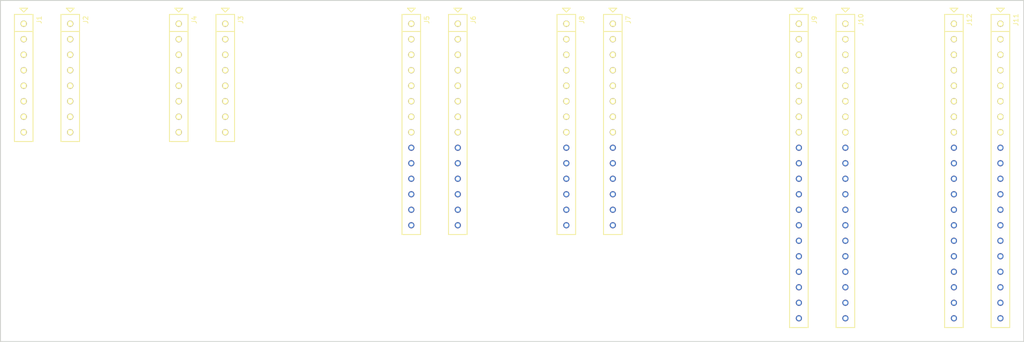
<source format=kicad_pcb>
(kicad_pcb (version 20160815) (host pcbnew 4.1.0-alpha+201609021633+7109~49~ubuntu16.04.1-product)

  (general
    (links 0)
    (no_connects 0)
    (area 46.914999 38.024999 214.705001 94.055001)
    (thickness 1.6)
    (drawings 4)
    (tracks 0)
    (zones 0)
    (modules 12)
    (nets 1)
  )

  (page A4)
  (layers
    (0 F.Cu signal)
    (31 B.Cu signal)
    (32 B.Adhes user)
    (33 F.Adhes user)
    (34 B.Paste user)
    (35 F.Paste user)
    (36 B.SilkS user)
    (37 F.SilkS user)
    (38 B.Mask user)
    (39 F.Mask user)
    (40 Dwgs.User user)
    (41 Cmts.User user)
    (42 Eco1.User user)
    (43 Eco2.User user)
    (44 Edge.Cuts user)
    (45 Margin user)
    (46 B.CrtYd user)
    (47 F.CrtYd user)
    (48 B.Fab user)
    (49 F.Fab user)
  )

  (setup
    (last_trace_width 0.25)
    (trace_clearance 0.2)
    (zone_clearance 0.508)
    (zone_45_only no)
    (trace_min 0.2)
    (segment_width 0.2)
    (edge_width 0.15)
    (via_size 0.6)
    (via_drill 0.4)
    (via_min_size 0.4)
    (via_min_drill 0.3)
    (uvia_size 0.3)
    (uvia_drill 0.1)
    (uvias_allowed no)
    (uvia_min_size 0.2)
    (uvia_min_drill 0.1)
    (pcb_text_width 0.3)
    (pcb_text_size 1.5 1.5)
    (mod_edge_width 0.15)
    (mod_text_size 1 1)
    (mod_text_width 0.15)
    (pad_size 1.524 1.524)
    (pad_drill 0.762)
    (pad_to_mask_clearance 0.2)
    (aux_axis_origin 0 0)
    (visible_elements FFFFFF7F)
    (pcbplotparams
      (layerselection 0x00030_80000001)
      (usegerberextensions false)
      (excludeedgelayer true)
      (linewidth 0.101600)
      (plotframeref false)
      (viasonmask false)
      (mode 1)
      (useauxorigin false)
      (hpglpennumber 1)
      (hpglpenspeed 20)
      (hpglpendiameter 15)
      (psnegative false)
      (psa4output false)
      (plotreference true)
      (plotvalue true)
      (plotinvisibletext false)
      (padsonsilk false)
      (subtractmaskfromsilk false)
      (outputformat 1)
      (mirror false)
      (drillshape 1)
      (scaleselection 1)
      (outputdirectory ""))
  )

  (net 0 "")

  (net_class Default "This is the default net class."
    (clearance 0.2)
    (trace_width 0.25)
    (via_dia 0.6)
    (via_drill 0.4)
    (uvia_dia 0.3)
    (uvia_drill 0.1)
    (diff_pair_gap 0.25)
    (diff_pair_width 0.2)
  )

  (module flip-pins:FLIP-PINS-FLOAT-20 (layer F.Cu) (tedit 57D692A2) (tstamp 57D69421)
    (at 203.2 66.04 270)
    (descr http://oshchip.org/docs/Flip-Pins-XX_REV_A.pdf)
    (tags "FLIP-PINS, OSHchip")
    (path /57D699E3)
    (fp_text reference J12 (at -24.765 -2.54 270) (layer F.SilkS)
      (effects (font (size 0.762 0.762) (thickness 0.127)))
    )
    (fp_text value FLIP-PINS-FLOAT-20 (at -15.24 -2.54 270) (layer F.Fab)
      (effects (font (size 0.762 0.762) (thickness 0.127)))
    )
    (fp_line (start -26.67 0.635) (end -26.035 0) (layer F.SilkS) (width 0.15))
    (fp_line (start -26.67 -0.635) (end -26.67 0.635) (layer F.SilkS) (width 0.15))
    (fp_line (start -26.035 0) (end -26.67 -0.635) (layer F.SilkS) (width 0.15))
    (fp_line (start -22.86 -1.524) (end -22.86 1.524) (layer F.SilkS) (width 0.15))
    (fp_line (start -25.654 1.524) (end -25.654 -1.524) (layer F.SilkS) (width 0.15))
    (fp_line (start 25.654 1.524) (end -25.654 1.524) (layer F.SilkS) (width 0.15))
    (fp_line (start 25.654 -1.524) (end 25.654 1.524) (layer F.SilkS) (width 0.15))
    (fp_line (start -25.654 -1.524) (end 25.654 -1.524) (layer F.SilkS) (width 0.15))
    (pad 1 thru_hole circle (at -24.13 0 270) (size 1.016 1.016) (drill 0.635) (layers *.Cu *.Mask F.SilkS))
    (pad 2 thru_hole circle (at -21.59 0 270) (size 1.016 1.016) (drill 0.635) (layers *.Cu *.Mask F.SilkS))
    (pad 3 thru_hole circle (at -19.05 0 270) (size 1.016 1.016) (drill 0.635) (layers *.Cu *.Mask F.SilkS))
    (pad 4 thru_hole circle (at -16.51 0 270) (size 1.016 1.016) (drill 0.635) (layers *.Cu *.Mask F.SilkS))
    (pad 5 thru_hole circle (at -13.97 0 270) (size 1.016 1.016) (drill 0.635) (layers *.Cu *.Mask F.SilkS))
    (pad 6 thru_hole circle (at -11.43 0 270) (size 1.016 1.016) (drill 0.635) (layers *.Cu *.Mask F.SilkS))
    (pad 7 thru_hole circle (at -8.89 0 270) (size 1.016 1.016) (drill 0.635) (layers *.Cu *.Mask F.SilkS))
    (pad 8 thru_hole circle (at -6.35 0 270) (size 1.016 1.016) (drill 0.635) (layers *.Cu *.Mask F.SilkS))
    (pad 9 thru_hole circle (at -3.81 0 270) (size 1.016 1.016) (drill 0.635) (layers *.Cu *.Mask))
    (pad 10 thru_hole circle (at -1.27 0 270) (size 1.016 1.016) (drill 0.635) (layers *.Cu *.Mask))
    (pad 11 thru_hole circle (at 1.27 0 270) (size 1.016 1.016) (drill 0.635) (layers *.Cu *.Mask))
    (pad 12 thru_hole circle (at 3.81 0 270) (size 1.016 1.016) (drill 0.635) (layers *.Cu *.Mask))
    (pad 13 thru_hole circle (at 6.35 0 270) (size 1.016 1.016) (drill 0.635) (layers *.Cu *.Mask))
    (pad 14 thru_hole circle (at 8.89 0 270) (size 1.016 1.016) (drill 0.635) (layers *.Cu *.Mask))
    (pad 15 thru_hole circle (at 11.43 0 270) (size 1.016 1.016) (drill 0.635) (layers *.Cu *.Mask))
    (pad 16 thru_hole circle (at 13.97 0 270) (size 1.016 1.016) (drill 0.635) (layers *.Cu *.Mask))
    (pad 17 thru_hole circle (at 16.51 0 270) (size 1.016 1.016) (drill 0.635) (layers *.Cu *.Mask))
    (pad 18 thru_hole circle (at 19.05 0 270) (size 1.016 1.016) (drill 0.635) (layers *.Cu *.Mask))
    (pad 19 thru_hole circle (at 21.59 0 270) (size 1.016 1.016) (drill 0.635) (layers *.Cu *.Mask))
    (pad 20 thru_hole circle (at 24.13 0 270) (size 1.016 1.016) (drill 0.635) (layers *.Cu *.Mask))
    (model ${KIPRJMOD}/flip-pins_3d/flip-pins-float-20.wrl
      (at (xyz 0 0 0))
      (scale (xyz 1 1 1))
      (rotate (xyz 0 0 0))
    )
  )

  (module flip-pins:FLIP-PINS-FLOAT-20 (layer F.Cu) (tedit 57D692A2) (tstamp 57D69409)
    (at 210.82 66.04 270)
    (descr http://oshchip.org/docs/Flip-Pins-XX_REV_A.pdf)
    (tags "FLIP-PINS, OSHchip")
    (path /57D6AD3B)
    (fp_text reference J11 (at -24.765 -2.54 270) (layer F.SilkS)
      (effects (font (size 0.762 0.762) (thickness 0.127)))
    )
    (fp_text value FLIP-PINS-FLOAT-20 (at -15.24 -2.54 270) (layer F.Fab)
      (effects (font (size 0.762 0.762) (thickness 0.127)))
    )
    (fp_line (start -26.67 0.635) (end -26.035 0) (layer F.SilkS) (width 0.15))
    (fp_line (start -26.67 -0.635) (end -26.67 0.635) (layer F.SilkS) (width 0.15))
    (fp_line (start -26.035 0) (end -26.67 -0.635) (layer F.SilkS) (width 0.15))
    (fp_line (start -22.86 -1.524) (end -22.86 1.524) (layer F.SilkS) (width 0.15))
    (fp_line (start -25.654 1.524) (end -25.654 -1.524) (layer F.SilkS) (width 0.15))
    (fp_line (start 25.654 1.524) (end -25.654 1.524) (layer F.SilkS) (width 0.15))
    (fp_line (start 25.654 -1.524) (end 25.654 1.524) (layer F.SilkS) (width 0.15))
    (fp_line (start -25.654 -1.524) (end 25.654 -1.524) (layer F.SilkS) (width 0.15))
    (pad 1 thru_hole circle (at -24.13 0 270) (size 1.016 1.016) (drill 0.635) (layers *.Cu *.Mask F.SilkS))
    (pad 2 thru_hole circle (at -21.59 0 270) (size 1.016 1.016) (drill 0.635) (layers *.Cu *.Mask F.SilkS))
    (pad 3 thru_hole circle (at -19.05 0 270) (size 1.016 1.016) (drill 0.635) (layers *.Cu *.Mask F.SilkS))
    (pad 4 thru_hole circle (at -16.51 0 270) (size 1.016 1.016) (drill 0.635) (layers *.Cu *.Mask F.SilkS))
    (pad 5 thru_hole circle (at -13.97 0 270) (size 1.016 1.016) (drill 0.635) (layers *.Cu *.Mask F.SilkS))
    (pad 6 thru_hole circle (at -11.43 0 270) (size 1.016 1.016) (drill 0.635) (layers *.Cu *.Mask F.SilkS))
    (pad 7 thru_hole circle (at -8.89 0 270) (size 1.016 1.016) (drill 0.635) (layers *.Cu *.Mask F.SilkS))
    (pad 8 thru_hole circle (at -6.35 0 270) (size 1.016 1.016) (drill 0.635) (layers *.Cu *.Mask F.SilkS))
    (pad 9 thru_hole circle (at -3.81 0 270) (size 1.016 1.016) (drill 0.635) (layers *.Cu *.Mask))
    (pad 10 thru_hole circle (at -1.27 0 270) (size 1.016 1.016) (drill 0.635) (layers *.Cu *.Mask))
    (pad 11 thru_hole circle (at 1.27 0 270) (size 1.016 1.016) (drill 0.635) (layers *.Cu *.Mask))
    (pad 12 thru_hole circle (at 3.81 0 270) (size 1.016 1.016) (drill 0.635) (layers *.Cu *.Mask))
    (pad 13 thru_hole circle (at 6.35 0 270) (size 1.016 1.016) (drill 0.635) (layers *.Cu *.Mask))
    (pad 14 thru_hole circle (at 8.89 0 270) (size 1.016 1.016) (drill 0.635) (layers *.Cu *.Mask))
    (pad 15 thru_hole circle (at 11.43 0 270) (size 1.016 1.016) (drill 0.635) (layers *.Cu *.Mask))
    (pad 16 thru_hole circle (at 13.97 0 270) (size 1.016 1.016) (drill 0.635) (layers *.Cu *.Mask))
    (pad 17 thru_hole circle (at 16.51 0 270) (size 1.016 1.016) (drill 0.635) (layers *.Cu *.Mask))
    (pad 18 thru_hole circle (at 19.05 0 270) (size 1.016 1.016) (drill 0.635) (layers *.Cu *.Mask))
    (pad 19 thru_hole circle (at 21.59 0 270) (size 1.016 1.016) (drill 0.635) (layers *.Cu *.Mask))
    (pad 20 thru_hole circle (at 24.13 0 270) (size 1.016 1.016) (drill 0.635) (layers *.Cu *.Mask))
    (model ${KIPRJMOD}/flip-pins_3d/flip-pins-float-20.wrl
      (at (xyz 0 0 0))
      (scale (xyz 1 1 1))
      (rotate (xyz 0 0 0))
    )
  )

  (module flip-pins:FLIP-PINS-FLOAT-14 (layer F.Cu) (tedit 57D69280) (tstamp 57D693D9)
    (at 139.7 58.42 270)
    (descr http://oshchip.org/docs/Flip-Pins-XX_REV_A.pdf)
    (tags "FLIP-PINS, OSHchip")
    (path /57D699AE)
    (fp_text reference J8 (at -17.145 -2.54 270) (layer F.SilkS)
      (effects (font (size 0.762 0.762) (thickness 0.127)))
    )
    (fp_text value FLIP-PINS-FLOAT-14 (at -7.62 -2.54 270) (layer F.Fab)
      (effects (font (size 0.762 0.762) (thickness 0.127)))
    )
    (fp_line (start -19.05 0.635) (end -18.415 0) (layer F.SilkS) (width 0.15))
    (fp_line (start -19.05 -0.635) (end -19.05 0.635) (layer F.SilkS) (width 0.15))
    (fp_line (start -18.415 0) (end -19.05 -0.635) (layer F.SilkS) (width 0.15))
    (fp_line (start -15.24 -1.524) (end -15.24 1.524) (layer F.SilkS) (width 0.15))
    (fp_line (start -18.034 1.524) (end -18.034 -1.524) (layer F.SilkS) (width 0.15))
    (fp_line (start 18.034 1.524) (end -18.034 1.524) (layer F.SilkS) (width 0.15))
    (fp_line (start 18.034 -1.524) (end 18.034 1.524) (layer F.SilkS) (width 0.15))
    (fp_line (start -18.034 -1.524) (end 18.034 -1.524) (layer F.SilkS) (width 0.15))
    (pad 1 thru_hole circle (at -16.51 0 270) (size 1.016 1.016) (drill 0.635) (layers *.Cu *.Mask F.SilkS))
    (pad 2 thru_hole circle (at -13.97 0 270) (size 1.016 1.016) (drill 0.635) (layers *.Cu *.Mask F.SilkS))
    (pad 3 thru_hole circle (at -11.43 0 270) (size 1.016 1.016) (drill 0.635) (layers *.Cu *.Mask F.SilkS))
    (pad 4 thru_hole circle (at -8.89 0 270) (size 1.016 1.016) (drill 0.635) (layers *.Cu *.Mask F.SilkS))
    (pad 5 thru_hole circle (at -6.35 0 270) (size 1.016 1.016) (drill 0.635) (layers *.Cu *.Mask F.SilkS))
    (pad 6 thru_hole circle (at -3.81 0 270) (size 1.016 1.016) (drill 0.635) (layers *.Cu *.Mask F.SilkS))
    (pad 7 thru_hole circle (at -1.27 0 270) (size 1.016 1.016) (drill 0.635) (layers *.Cu *.Mask F.SilkS))
    (pad 8 thru_hole circle (at 1.27 0 270) (size 1.016 1.016) (drill 0.635) (layers *.Cu *.Mask F.SilkS))
    (pad 9 thru_hole circle (at 3.81 0 270) (size 1.016 1.016) (drill 0.635) (layers *.Cu *.Mask))
    (pad 10 thru_hole circle (at 6.35 0 270) (size 1.016 1.016) (drill 0.635) (layers *.Cu *.Mask))
    (pad 11 thru_hole circle (at 8.89 0 270) (size 1.016 1.016) (drill 0.635) (layers *.Cu *.Mask))
    (pad 12 thru_hole circle (at 11.43 0 270) (size 1.016 1.016) (drill 0.635) (layers *.Cu *.Mask))
    (pad 13 thru_hole circle (at 13.97 0 270) (size 1.016 1.016) (drill 0.635) (layers *.Cu *.Mask))
    (pad 14 thru_hole circle (at 16.51 0 270) (size 1.016 1.016) (drill 0.635) (layers *.Cu *.Mask))
    (model ${KIPRJMOD}/flip-pins_3d/flip-pins-float-14.wrl
      (at (xyz 0 0 0))
      (scale (xyz 1 1 1))
      (rotate (xyz 0 0 0))
    )
  )

  (module flip-pins:FLIP-PINS-FLOAT-14 (layer F.Cu) (tedit 57D69280) (tstamp 57D693C7)
    (at 147.32 58.42 270)
    (descr http://oshchip.org/docs/Flip-Pins-XX_REV_A.pdf)
    (tags "FLIP-PINS, OSHchip")
    (path /57D6AD34)
    (fp_text reference J7 (at -17.145 -2.54 270) (layer F.SilkS)
      (effects (font (size 0.762 0.762) (thickness 0.127)))
    )
    (fp_text value FLIP-PINS-FLOAT-14 (at -7.62 -2.54 270) (layer F.Fab)
      (effects (font (size 0.762 0.762) (thickness 0.127)))
    )
    (fp_line (start -19.05 0.635) (end -18.415 0) (layer F.SilkS) (width 0.15))
    (fp_line (start -19.05 -0.635) (end -19.05 0.635) (layer F.SilkS) (width 0.15))
    (fp_line (start -18.415 0) (end -19.05 -0.635) (layer F.SilkS) (width 0.15))
    (fp_line (start -15.24 -1.524) (end -15.24 1.524) (layer F.SilkS) (width 0.15))
    (fp_line (start -18.034 1.524) (end -18.034 -1.524) (layer F.SilkS) (width 0.15))
    (fp_line (start 18.034 1.524) (end -18.034 1.524) (layer F.SilkS) (width 0.15))
    (fp_line (start 18.034 -1.524) (end 18.034 1.524) (layer F.SilkS) (width 0.15))
    (fp_line (start -18.034 -1.524) (end 18.034 -1.524) (layer F.SilkS) (width 0.15))
    (pad 1 thru_hole circle (at -16.51 0 270) (size 1.016 1.016) (drill 0.635) (layers *.Cu *.Mask F.SilkS))
    (pad 2 thru_hole circle (at -13.97 0 270) (size 1.016 1.016) (drill 0.635) (layers *.Cu *.Mask F.SilkS))
    (pad 3 thru_hole circle (at -11.43 0 270) (size 1.016 1.016) (drill 0.635) (layers *.Cu *.Mask F.SilkS))
    (pad 4 thru_hole circle (at -8.89 0 270) (size 1.016 1.016) (drill 0.635) (layers *.Cu *.Mask F.SilkS))
    (pad 5 thru_hole circle (at -6.35 0 270) (size 1.016 1.016) (drill 0.635) (layers *.Cu *.Mask F.SilkS))
    (pad 6 thru_hole circle (at -3.81 0 270) (size 1.016 1.016) (drill 0.635) (layers *.Cu *.Mask F.SilkS))
    (pad 7 thru_hole circle (at -1.27 0 270) (size 1.016 1.016) (drill 0.635) (layers *.Cu *.Mask F.SilkS))
    (pad 8 thru_hole circle (at 1.27 0 270) (size 1.016 1.016) (drill 0.635) (layers *.Cu *.Mask F.SilkS))
    (pad 9 thru_hole circle (at 3.81 0 270) (size 1.016 1.016) (drill 0.635) (layers *.Cu *.Mask))
    (pad 10 thru_hole circle (at 6.35 0 270) (size 1.016 1.016) (drill 0.635) (layers *.Cu *.Mask))
    (pad 11 thru_hole circle (at 8.89 0 270) (size 1.016 1.016) (drill 0.635) (layers *.Cu *.Mask))
    (pad 12 thru_hole circle (at 11.43 0 270) (size 1.016 1.016) (drill 0.635) (layers *.Cu *.Mask))
    (pad 13 thru_hole circle (at 13.97 0 270) (size 1.016 1.016) (drill 0.635) (layers *.Cu *.Mask))
    (pad 14 thru_hole circle (at 16.51 0 270) (size 1.016 1.016) (drill 0.635) (layers *.Cu *.Mask))
    (model ${KIPRJMOD}/flip-pins_3d/flip-pins-float-14.wrl
      (at (xyz 0 0 0))
      (scale (xyz 1 1 1))
      (rotate (xyz 0 0 0))
    )
  )

  (module flip-pins:FLIP-PINS-ALIGN-14 (layer F.Cu) (tedit 57D69273) (tstamp 57D693B5)
    (at 121.92 58.42 270)
    (descr http://oshchip.org/docs/Flip-Pins-XX_REV_A.pdf)
    (tags "FLIP-PINS, OSHchip")
    (path /57D69803)
    (fp_text reference J6 (at -17.145 -2.54 270) (layer F.SilkS)
      (effects (font (size 0.762 0.762) (thickness 0.127)))
    )
    (fp_text value FLIP-PINS-ALIGN-14 (at -7.62 -2.54 270) (layer F.Fab)
      (effects (font (size 0.762 0.762) (thickness 0.127)))
    )
    (fp_line (start -19.05 0.635) (end -18.415 0) (layer F.SilkS) (width 0.15))
    (fp_line (start -19.05 -0.635) (end -19.05 0.635) (layer F.SilkS) (width 0.15))
    (fp_line (start -18.415 0) (end -19.05 -0.635) (layer F.SilkS) (width 0.15))
    (fp_line (start -15.24 -1.524) (end -15.24 1.524) (layer F.SilkS) (width 0.15))
    (fp_line (start -18.034 1.524) (end -18.034 -1.524) (layer F.SilkS) (width 0.15))
    (fp_line (start 18.034 1.524) (end -18.034 1.524) (layer F.SilkS) (width 0.15))
    (fp_line (start 18.034 -1.524) (end 18.034 1.524) (layer F.SilkS) (width 0.15))
    (fp_line (start -18.034 -1.524) (end 18.034 -1.524) (layer F.SilkS) (width 0.15))
    (pad 1 thru_hole circle (at -16.51 0 270) (size 1.016 1.016) (drill 0.635) (layers *.Cu *.Mask F.SilkS))
    (pad 2 thru_hole circle (at -13.97 0 270) (size 1.016 1.016) (drill 0.635) (layers *.Cu *.Mask F.SilkS))
    (pad 3 thru_hole circle (at -11.43 0 270) (size 1.016 1.016) (drill 0.635) (layers *.Cu *.Mask F.SilkS))
    (pad 4 thru_hole circle (at -8.89 0 270) (size 1.016 1.016) (drill 0.635) (layers *.Cu *.Mask F.SilkS))
    (pad 5 thru_hole circle (at -6.35 0 270) (size 1.016 1.016) (drill 0.635) (layers *.Cu *.Mask F.SilkS))
    (pad 6 thru_hole circle (at -3.81 0 270) (size 1.016 1.016) (drill 0.635) (layers *.Cu *.Mask F.SilkS))
    (pad 7 thru_hole circle (at -1.27 0 270) (size 1.016 1.016) (drill 0.635) (layers *.Cu *.Mask F.SilkS))
    (pad 8 thru_hole circle (at 1.27 0 270) (size 1.016 1.016) (drill 0.635) (layers *.Cu *.Mask F.SilkS))
    (pad 9 thru_hole circle (at 3.81 0 270) (size 1.016 1.016) (drill 0.635) (layers *.Cu *.Mask))
    (pad 10 thru_hole circle (at 6.35 0 270) (size 1.016 1.016) (drill 0.635) (layers *.Cu *.Mask))
    (pad 11 thru_hole circle (at 8.89 0 270) (size 1.016 1.016) (drill 0.635) (layers *.Cu *.Mask))
    (pad 12 thru_hole circle (at 11.43 0 270) (size 1.016 1.016) (drill 0.635) (layers *.Cu *.Mask))
    (pad 13 thru_hole circle (at 13.97 0 270) (size 1.016 1.016) (drill 0.635) (layers *.Cu *.Mask))
    (pad 14 thru_hole circle (at 16.51 0 270) (size 1.016 1.016) (drill 0.635) (layers *.Cu *.Mask))
    (model ${KIPRJMOD}/flip-pins_3d/flip-pins-align-14.wrl
      (at (xyz 0 0 0))
      (scale (xyz 1 1 1))
      (rotate (xyz 0 0 0))
    )
  )

  (module flip-pins:FLIP-PINS-ALIGN-14 (layer F.Cu) (tedit 57D69273) (tstamp 57D693A3)
    (at 114.3 58.42 270)
    (descr http://oshchip.org/docs/Flip-Pins-XX_REV_A.pdf)
    (tags "FLIP-PINS, OSHchip")
    (path /57D6AD1F)
    (fp_text reference J5 (at -17.145 -2.54 270) (layer F.SilkS)
      (effects (font (size 0.762 0.762) (thickness 0.127)))
    )
    (fp_text value FLIP-PINS-ALIGN-14 (at -7.62 -2.54 270) (layer F.Fab)
      (effects (font (size 0.762 0.762) (thickness 0.127)))
    )
    (fp_line (start -19.05 0.635) (end -18.415 0) (layer F.SilkS) (width 0.15))
    (fp_line (start -19.05 -0.635) (end -19.05 0.635) (layer F.SilkS) (width 0.15))
    (fp_line (start -18.415 0) (end -19.05 -0.635) (layer F.SilkS) (width 0.15))
    (fp_line (start -15.24 -1.524) (end -15.24 1.524) (layer F.SilkS) (width 0.15))
    (fp_line (start -18.034 1.524) (end -18.034 -1.524) (layer F.SilkS) (width 0.15))
    (fp_line (start 18.034 1.524) (end -18.034 1.524) (layer F.SilkS) (width 0.15))
    (fp_line (start 18.034 -1.524) (end 18.034 1.524) (layer F.SilkS) (width 0.15))
    (fp_line (start -18.034 -1.524) (end 18.034 -1.524) (layer F.SilkS) (width 0.15))
    (pad 1 thru_hole circle (at -16.51 0 270) (size 1.016 1.016) (drill 0.635) (layers *.Cu *.Mask F.SilkS))
    (pad 2 thru_hole circle (at -13.97 0 270) (size 1.016 1.016) (drill 0.635) (layers *.Cu *.Mask F.SilkS))
    (pad 3 thru_hole circle (at -11.43 0 270) (size 1.016 1.016) (drill 0.635) (layers *.Cu *.Mask F.SilkS))
    (pad 4 thru_hole circle (at -8.89 0 270) (size 1.016 1.016) (drill 0.635) (layers *.Cu *.Mask F.SilkS))
    (pad 5 thru_hole circle (at -6.35 0 270) (size 1.016 1.016) (drill 0.635) (layers *.Cu *.Mask F.SilkS))
    (pad 6 thru_hole circle (at -3.81 0 270) (size 1.016 1.016) (drill 0.635) (layers *.Cu *.Mask F.SilkS))
    (pad 7 thru_hole circle (at -1.27 0 270) (size 1.016 1.016) (drill 0.635) (layers *.Cu *.Mask F.SilkS))
    (pad 8 thru_hole circle (at 1.27 0 270) (size 1.016 1.016) (drill 0.635) (layers *.Cu *.Mask F.SilkS))
    (pad 9 thru_hole circle (at 3.81 0 270) (size 1.016 1.016) (drill 0.635) (layers *.Cu *.Mask))
    (pad 10 thru_hole circle (at 6.35 0 270) (size 1.016 1.016) (drill 0.635) (layers *.Cu *.Mask))
    (pad 11 thru_hole circle (at 8.89 0 270) (size 1.016 1.016) (drill 0.635) (layers *.Cu *.Mask))
    (pad 12 thru_hole circle (at 11.43 0 270) (size 1.016 1.016) (drill 0.635) (layers *.Cu *.Mask))
    (pad 13 thru_hole circle (at 13.97 0 270) (size 1.016 1.016) (drill 0.635) (layers *.Cu *.Mask))
    (pad 14 thru_hole circle (at 16.51 0 270) (size 1.016 1.016) (drill 0.635) (layers *.Cu *.Mask))
    (model ${KIPRJMOD}/flip-pins_3d/flip-pins-align-14.wrl
      (at (xyz 0 0 0))
      (scale (xyz 1 1 1))
      (rotate (xyz 0 0 0))
    )
  )

  (module flip-pins:FLIP-PINS-FLOAT-08 (layer F.Cu) (tedit 57D69263) (tstamp 57D69391)
    (at 76.2 50.8 270)
    (descr http://oshchip.org/docs/Flip-Pins-XX_REV_A.pdf)
    (tags "FLIP-PINS, OSHchip")
    (path /57D69981)
    (fp_text reference J4 (at -9.525 -2.54 270) (layer F.SilkS)
      (effects (font (size 0.762 0.762) (thickness 0.127)))
    )
    (fp_text value FLIP-PINS-FLOAT-08 (at 0 -2.54 270) (layer F.Fab)
      (effects (font (size 0.762 0.762) (thickness 0.127)))
    )
    (fp_line (start -11.43 0.635) (end -10.795 0) (layer F.SilkS) (width 0.15))
    (fp_line (start -11.43 -0.635) (end -11.43 0.635) (layer F.SilkS) (width 0.15))
    (fp_line (start -10.795 0) (end -11.43 -0.635) (layer F.SilkS) (width 0.15))
    (fp_line (start -7.62 -1.524) (end -7.62 1.524) (layer F.SilkS) (width 0.15))
    (fp_line (start -10.414 1.524) (end -10.414 -1.524) (layer F.SilkS) (width 0.15))
    (fp_line (start 10.414 1.524) (end -10.414 1.524) (layer F.SilkS) (width 0.15))
    (fp_line (start 10.414 -1.524) (end 10.414 1.524) (layer F.SilkS) (width 0.15))
    (fp_line (start -10.414 -1.524) (end 10.414 -1.524) (layer F.SilkS) (width 0.15))
    (pad 1 thru_hole circle (at -8.89 0 270) (size 1.016 1.016) (drill 0.635) (layers *.Cu *.Mask F.SilkS))
    (pad 2 thru_hole circle (at -6.35 0 270) (size 1.016 1.016) (drill 0.635) (layers *.Cu *.Mask F.SilkS))
    (pad 3 thru_hole circle (at -3.81 0 270) (size 1.016 1.016) (drill 0.635) (layers *.Cu *.Mask F.SilkS))
    (pad 4 thru_hole circle (at -1.27 0 270) (size 1.016 1.016) (drill 0.635) (layers *.Cu *.Mask F.SilkS))
    (pad 5 thru_hole circle (at 1.27 0 270) (size 1.016 1.016) (drill 0.635) (layers *.Cu *.Mask F.SilkS))
    (pad 6 thru_hole circle (at 3.81 0 270) (size 1.016 1.016) (drill 0.635) (layers *.Cu *.Mask F.SilkS))
    (pad 7 thru_hole circle (at 6.35 0 270) (size 1.016 1.016) (drill 0.635) (layers *.Cu *.Mask F.SilkS))
    (pad 8 thru_hole circle (at 8.89 0 270) (size 1.016 1.016) (drill 0.635) (layers *.Cu *.Mask F.SilkS))
    (model ${KIPRJMOD}/flip-pins_3d/flip-pins-float-08.wrl
      (at (xyz 0 0 0))
      (scale (xyz 1 1 1))
      (rotate (xyz 0 0 0))
    )
  )

  (module flip-pins:FLIP-PINS-FLOAT-08 (layer F.Cu) (tedit 57D69263) (tstamp 57D69385)
    (at 83.82 50.8 270)
    (descr http://oshchip.org/docs/Flip-Pins-XX_REV_A.pdf)
    (tags "FLIP-PINS, OSHchip")
    (path /57D6AD2D)
    (fp_text reference J3 (at -9.525 -2.54 270) (layer F.SilkS)
      (effects (font (size 0.762 0.762) (thickness 0.127)))
    )
    (fp_text value FLIP-PINS-FLOAT-08 (at 0 -2.54 270) (layer F.Fab)
      (effects (font (size 0.762 0.762) (thickness 0.127)))
    )
    (fp_line (start -11.43 0.635) (end -10.795 0) (layer F.SilkS) (width 0.15))
    (fp_line (start -11.43 -0.635) (end -11.43 0.635) (layer F.SilkS) (width 0.15))
    (fp_line (start -10.795 0) (end -11.43 -0.635) (layer F.SilkS) (width 0.15))
    (fp_line (start -7.62 -1.524) (end -7.62 1.524) (layer F.SilkS) (width 0.15))
    (fp_line (start -10.414 1.524) (end -10.414 -1.524) (layer F.SilkS) (width 0.15))
    (fp_line (start 10.414 1.524) (end -10.414 1.524) (layer F.SilkS) (width 0.15))
    (fp_line (start 10.414 -1.524) (end 10.414 1.524) (layer F.SilkS) (width 0.15))
    (fp_line (start -10.414 -1.524) (end 10.414 -1.524) (layer F.SilkS) (width 0.15))
    (pad 1 thru_hole circle (at -8.89 0 270) (size 1.016 1.016) (drill 0.635) (layers *.Cu *.Mask F.SilkS))
    (pad 2 thru_hole circle (at -6.35 0 270) (size 1.016 1.016) (drill 0.635) (layers *.Cu *.Mask F.SilkS))
    (pad 3 thru_hole circle (at -3.81 0 270) (size 1.016 1.016) (drill 0.635) (layers *.Cu *.Mask F.SilkS))
    (pad 4 thru_hole circle (at -1.27 0 270) (size 1.016 1.016) (drill 0.635) (layers *.Cu *.Mask F.SilkS))
    (pad 5 thru_hole circle (at 1.27 0 270) (size 1.016 1.016) (drill 0.635) (layers *.Cu *.Mask F.SilkS))
    (pad 6 thru_hole circle (at 3.81 0 270) (size 1.016 1.016) (drill 0.635) (layers *.Cu *.Mask F.SilkS))
    (pad 7 thru_hole circle (at 6.35 0 270) (size 1.016 1.016) (drill 0.635) (layers *.Cu *.Mask F.SilkS))
    (pad 8 thru_hole circle (at 8.89 0 270) (size 1.016 1.016) (drill 0.635) (layers *.Cu *.Mask F.SilkS))
    (model ${KIPRJMOD}/flip-pins_3d/flip-pins-float-08.wrl
      (at (xyz 0 0 0))
      (scale (xyz 1 1 1))
      (rotate (xyz 0 0 0))
    )
  )

  (module flip-pins:FLIP-PINS-ALIGN-08 (layer F.Cu) (tedit 57D69253) (tstamp 57D69379)
    (at 58.42 50.8 270)
    (descr http://oshchip.org/docs/Flip-Pins-XX_REV_A.pdf)
    (tags "FLIP-PINS, OSHchip")
    (path /57D6974D)
    (fp_text reference J2 (at -9.525 -2.54 270) (layer F.SilkS)
      (effects (font (size 0.762 0.762) (thickness 0.127)))
    )
    (fp_text value FLIP-PINS-ALIGN-08 (at 0 -2.54 270) (layer F.Fab)
      (effects (font (size 0.762 0.762) (thickness 0.127)))
    )
    (fp_line (start -11.43 0.635) (end -10.795 0) (layer F.SilkS) (width 0.15))
    (fp_line (start -11.43 -0.635) (end -11.43 0.635) (layer F.SilkS) (width 0.15))
    (fp_line (start -10.795 0) (end -11.43 -0.635) (layer F.SilkS) (width 0.15))
    (fp_line (start -7.62 -1.524) (end -7.62 1.524) (layer F.SilkS) (width 0.15))
    (fp_line (start -10.414 1.524) (end -10.414 -1.524) (layer F.SilkS) (width 0.15))
    (fp_line (start 10.414 1.524) (end -10.414 1.524) (layer F.SilkS) (width 0.15))
    (fp_line (start 10.414 -1.524) (end 10.414 1.524) (layer F.SilkS) (width 0.15))
    (fp_line (start -10.414 -1.524) (end 10.414 -1.524) (layer F.SilkS) (width 0.15))
    (pad 1 thru_hole circle (at -8.89 0 270) (size 1.016 1.016) (drill 0.635) (layers *.Cu *.Mask F.SilkS))
    (pad 2 thru_hole circle (at -6.35 0 270) (size 1.016 1.016) (drill 0.635) (layers *.Cu *.Mask F.SilkS))
    (pad 3 thru_hole circle (at -3.81 0 270) (size 1.016 1.016) (drill 0.635) (layers *.Cu *.Mask F.SilkS))
    (pad 4 thru_hole circle (at -1.27 0 270) (size 1.016 1.016) (drill 0.635) (layers *.Cu *.Mask F.SilkS))
    (pad 5 thru_hole circle (at 1.27 0 270) (size 1.016 1.016) (drill 0.635) (layers *.Cu *.Mask F.SilkS))
    (pad 6 thru_hole circle (at 3.81 0 270) (size 1.016 1.016) (drill 0.635) (layers *.Cu *.Mask F.SilkS))
    (pad 7 thru_hole circle (at 6.35 0 270) (size 1.016 1.016) (drill 0.635) (layers *.Cu *.Mask F.SilkS))
    (pad 8 thru_hole circle (at 8.89 0 270) (size 1.016 1.016) (drill 0.635) (layers *.Cu *.Mask F.SilkS))
    (model ${KIPRJMOD}/flip-pins_3d/flip-pins-align-08.wrl
      (at (xyz 0 0 0))
      (scale (xyz 1 1 1))
      (rotate (xyz 0 0 0))
    )
  )

  (module flip-pins:FLIP-PINS-ALIGN-08 (layer F.Cu) (tedit 57D69253) (tstamp 57D6936D)
    (at 50.8 50.8 270)
    (descr http://oshchip.org/docs/Flip-Pins-XX_REV_A.pdf)
    (tags "FLIP-PINS, OSHchip")
    (path /57D6AD18)
    (fp_text reference J1 (at -9.525 -2.54 270) (layer F.SilkS)
      (effects (font (size 0.762 0.762) (thickness 0.127)))
    )
    (fp_text value FLIP-PINS-ALIGN-08 (at 0 -2.54 270) (layer F.Fab)
      (effects (font (size 0.762 0.762) (thickness 0.127)))
    )
    (fp_line (start -11.43 0.635) (end -10.795 0) (layer F.SilkS) (width 0.15))
    (fp_line (start -11.43 -0.635) (end -11.43 0.635) (layer F.SilkS) (width 0.15))
    (fp_line (start -10.795 0) (end -11.43 -0.635) (layer F.SilkS) (width 0.15))
    (fp_line (start -7.62 -1.524) (end -7.62 1.524) (layer F.SilkS) (width 0.15))
    (fp_line (start -10.414 1.524) (end -10.414 -1.524) (layer F.SilkS) (width 0.15))
    (fp_line (start 10.414 1.524) (end -10.414 1.524) (layer F.SilkS) (width 0.15))
    (fp_line (start 10.414 -1.524) (end 10.414 1.524) (layer F.SilkS) (width 0.15))
    (fp_line (start -10.414 -1.524) (end 10.414 -1.524) (layer F.SilkS) (width 0.15))
    (pad 1 thru_hole circle (at -8.89 0 270) (size 1.016 1.016) (drill 0.635) (layers *.Cu *.Mask F.SilkS))
    (pad 2 thru_hole circle (at -6.35 0 270) (size 1.016 1.016) (drill 0.635) (layers *.Cu *.Mask F.SilkS))
    (pad 3 thru_hole circle (at -3.81 0 270) (size 1.016 1.016) (drill 0.635) (layers *.Cu *.Mask F.SilkS))
    (pad 4 thru_hole circle (at -1.27 0 270) (size 1.016 1.016) (drill 0.635) (layers *.Cu *.Mask F.SilkS))
    (pad 5 thru_hole circle (at 1.27 0 270) (size 1.016 1.016) (drill 0.635) (layers *.Cu *.Mask F.SilkS))
    (pad 6 thru_hole circle (at 3.81 0 270) (size 1.016 1.016) (drill 0.635) (layers *.Cu *.Mask F.SilkS))
    (pad 7 thru_hole circle (at 6.35 0 270) (size 1.016 1.016) (drill 0.635) (layers *.Cu *.Mask F.SilkS))
    (pad 8 thru_hole circle (at 8.89 0 270) (size 1.016 1.016) (drill 0.635) (layers *.Cu *.Mask F.SilkS))
    (model ${KIPRJMOD}/flip-pins_3d/flip-pins-align-08.wrl
      (at (xyz 0 0 0))
      (scale (xyz 1 1 1))
      (rotate (xyz 0 0 0))
    )
  )

  (module flip-pins:FLIP-PINS-ALIGN-20 (layer F.Cu) (tedit 57D69297) (tstamp 57D69CFF)
    (at 177.8 66.04 270)
    (descr http://oshchip.org/docs/Flip-Pins-XX_REV_A.pdf)
    (tags "FLIP-PINS, OSHchip")
    (path /57D6AD26)
    (fp_text reference J9 (at -24.765 -2.54 270) (layer F.SilkS)
      (effects (font (size 0.762 0.762) (thickness 0.127)))
    )
    (fp_text value FLIP-PINS-ALIGN-20 (at -15.24 -2.54 270) (layer F.Fab)
      (effects (font (size 0.762 0.762) (thickness 0.127)))
    )
    (fp_line (start -26.67 0.635) (end -26.035 0) (layer F.SilkS) (width 0.15))
    (fp_line (start -26.67 -0.635) (end -26.67 0.635) (layer F.SilkS) (width 0.15))
    (fp_line (start -26.035 0) (end -26.67 -0.635) (layer F.SilkS) (width 0.15))
    (fp_line (start -22.86 -1.524) (end -22.86 1.524) (layer F.SilkS) (width 0.15))
    (fp_line (start -25.654 1.524) (end -25.654 -1.524) (layer F.SilkS) (width 0.15))
    (fp_line (start 25.654 1.524) (end -25.654 1.524) (layer F.SilkS) (width 0.15))
    (fp_line (start 25.654 -1.524) (end 25.654 1.524) (layer F.SilkS) (width 0.15))
    (fp_line (start -25.654 -1.524) (end 25.654 -1.524) (layer F.SilkS) (width 0.15))
    (pad 1 thru_hole circle (at -24.13 0 270) (size 1.016 1.016) (drill 0.635) (layers *.Cu *.Mask F.SilkS))
    (pad 2 thru_hole circle (at -21.59 0 270) (size 1.016 1.016) (drill 0.635) (layers *.Cu *.Mask F.SilkS))
    (pad 3 thru_hole circle (at -19.05 0 270) (size 1.016 1.016) (drill 0.635) (layers *.Cu *.Mask F.SilkS))
    (pad 4 thru_hole circle (at -16.51 0 270) (size 1.016 1.016) (drill 0.635) (layers *.Cu *.Mask F.SilkS))
    (pad 5 thru_hole circle (at -13.97 0 270) (size 1.016 1.016) (drill 0.635) (layers *.Cu *.Mask F.SilkS))
    (pad 6 thru_hole circle (at -11.43 0 270) (size 1.016 1.016) (drill 0.635) (layers *.Cu *.Mask F.SilkS))
    (pad 7 thru_hole circle (at -8.89 0 270) (size 1.016 1.016) (drill 0.635) (layers *.Cu *.Mask F.SilkS))
    (pad 8 thru_hole circle (at -6.35 0 270) (size 1.016 1.016) (drill 0.635) (layers *.Cu *.Mask F.SilkS))
    (pad 9 thru_hole circle (at -3.81 0 270) (size 1.016 1.016) (drill 0.635) (layers *.Cu *.Mask))
    (pad 10 thru_hole circle (at -1.27 0 270) (size 1.016 1.016) (drill 0.635) (layers *.Cu *.Mask))
    (pad 11 thru_hole circle (at 1.27 0 270) (size 1.016 1.016) (drill 0.635) (layers *.Cu *.Mask))
    (pad 12 thru_hole circle (at 3.81 0 270) (size 1.016 1.016) (drill 0.635) (layers *.Cu *.Mask))
    (pad 13 thru_hole circle (at 6.35 0 270) (size 1.016 1.016) (drill 0.635) (layers *.Cu *.Mask))
    (pad 14 thru_hole circle (at 8.89 0 270) (size 1.016 1.016) (drill 0.635) (layers *.Cu *.Mask))
    (pad 15 thru_hole circle (at 11.43 0 270) (size 1.016 1.016) (drill 0.635) (layers *.Cu *.Mask))
    (pad 16 thru_hole circle (at 13.97 0 270) (size 1.016 1.016) (drill 0.635) (layers *.Cu *.Mask))
    (pad 17 thru_hole circle (at 16.51 0 270) (size 1.016 1.016) (drill 0.635) (layers *.Cu *.Mask))
    (pad 18 thru_hole circle (at 19.05 0 270) (size 1.016 1.016) (drill 0.635) (layers *.Cu *.Mask))
    (pad 19 thru_hole circle (at 21.59 0 270) (size 1.016 1.016) (drill 0.635) (layers *.Cu *.Mask))
    (pad 20 thru_hole circle (at 24.13 0 270) (size 1.016 1.016) (drill 0.635) (layers *.Cu *.Mask))
    (model ${KIPRJMOD}/flip-pins_3d/flip-pins-align-20.wrl
      (at (xyz 0 0 0))
      (scale (xyz 1 1 1))
      (rotate (xyz 0 0 0))
    )
  )

  (module flip-pins:FLIP-PINS-ALIGN-20 (layer F.Cu) (tedit 57D69297) (tstamp 57D69D16)
    (at 185.42 66.04 270)
    (descr http://oshchip.org/docs/Flip-Pins-XX_REV_A.pdf)
    (tags "FLIP-PINS, OSHchip")
    (path /57D698AA)
    (fp_text reference J10 (at -24.765 -2.54 270) (layer F.SilkS)
      (effects (font (size 0.762 0.762) (thickness 0.127)))
    )
    (fp_text value FLIP-PINS-ALIGN-20 (at -15.24 -2.54 270) (layer F.Fab)
      (effects (font (size 0.762 0.762) (thickness 0.127)))
    )
    (fp_line (start -26.67 0.635) (end -26.035 0) (layer F.SilkS) (width 0.15))
    (fp_line (start -26.67 -0.635) (end -26.67 0.635) (layer F.SilkS) (width 0.15))
    (fp_line (start -26.035 0) (end -26.67 -0.635) (layer F.SilkS) (width 0.15))
    (fp_line (start -22.86 -1.524) (end -22.86 1.524) (layer F.SilkS) (width 0.15))
    (fp_line (start -25.654 1.524) (end -25.654 -1.524) (layer F.SilkS) (width 0.15))
    (fp_line (start 25.654 1.524) (end -25.654 1.524) (layer F.SilkS) (width 0.15))
    (fp_line (start 25.654 -1.524) (end 25.654 1.524) (layer F.SilkS) (width 0.15))
    (fp_line (start -25.654 -1.524) (end 25.654 -1.524) (layer F.SilkS) (width 0.15))
    (pad 1 thru_hole circle (at -24.13 0 270) (size 1.016 1.016) (drill 0.635) (layers *.Cu *.Mask F.SilkS))
    (pad 2 thru_hole circle (at -21.59 0 270) (size 1.016 1.016) (drill 0.635) (layers *.Cu *.Mask F.SilkS))
    (pad 3 thru_hole circle (at -19.05 0 270) (size 1.016 1.016) (drill 0.635) (layers *.Cu *.Mask F.SilkS))
    (pad 4 thru_hole circle (at -16.51 0 270) (size 1.016 1.016) (drill 0.635) (layers *.Cu *.Mask F.SilkS))
    (pad 5 thru_hole circle (at -13.97 0 270) (size 1.016 1.016) (drill 0.635) (layers *.Cu *.Mask F.SilkS))
    (pad 6 thru_hole circle (at -11.43 0 270) (size 1.016 1.016) (drill 0.635) (layers *.Cu *.Mask F.SilkS))
    (pad 7 thru_hole circle (at -8.89 0 270) (size 1.016 1.016) (drill 0.635) (layers *.Cu *.Mask F.SilkS))
    (pad 8 thru_hole circle (at -6.35 0 270) (size 1.016 1.016) (drill 0.635) (layers *.Cu *.Mask F.SilkS))
    (pad 9 thru_hole circle (at -3.81 0 270) (size 1.016 1.016) (drill 0.635) (layers *.Cu *.Mask))
    (pad 10 thru_hole circle (at -1.27 0 270) (size 1.016 1.016) (drill 0.635) (layers *.Cu *.Mask))
    (pad 11 thru_hole circle (at 1.27 0 270) (size 1.016 1.016) (drill 0.635) (layers *.Cu *.Mask))
    (pad 12 thru_hole circle (at 3.81 0 270) (size 1.016 1.016) (drill 0.635) (layers *.Cu *.Mask))
    (pad 13 thru_hole circle (at 6.35 0 270) (size 1.016 1.016) (drill 0.635) (layers *.Cu *.Mask))
    (pad 14 thru_hole circle (at 8.89 0 270) (size 1.016 1.016) (drill 0.635) (layers *.Cu *.Mask))
    (pad 15 thru_hole circle (at 11.43 0 270) (size 1.016 1.016) (drill 0.635) (layers *.Cu *.Mask))
    (pad 16 thru_hole circle (at 13.97 0 270) (size 1.016 1.016) (drill 0.635) (layers *.Cu *.Mask))
    (pad 17 thru_hole circle (at 16.51 0 270) (size 1.016 1.016) (drill 0.635) (layers *.Cu *.Mask))
    (pad 18 thru_hole circle (at 19.05 0 270) (size 1.016 1.016) (drill 0.635) (layers *.Cu *.Mask))
    (pad 19 thru_hole circle (at 21.59 0 270) (size 1.016 1.016) (drill 0.635) (layers *.Cu *.Mask))
    (pad 20 thru_hole circle (at 24.13 0 270) (size 1.016 1.016) (drill 0.635) (layers *.Cu *.Mask))
    (model ${KIPRJMOD}/flip-pins_3d/flip-pins-align-20.wrl
      (at (xyz 0 0 0))
      (scale (xyz 1 1 1))
      (rotate (xyz 0 0 0))
    )
  )

  (gr_line (start 46.99 93.98) (end 46.99 38.1) (layer Edge.Cuts) (width 0.15))
  (gr_line (start 214.63 93.98) (end 46.99 93.98) (layer Edge.Cuts) (width 0.15))
  (gr_line (start 214.63 38.1) (end 214.63 93.98) (layer Edge.Cuts) (width 0.15))
  (gr_line (start 46.99 38.1) (end 214.63 38.1) (layer Edge.Cuts) (width 0.15))

)

</source>
